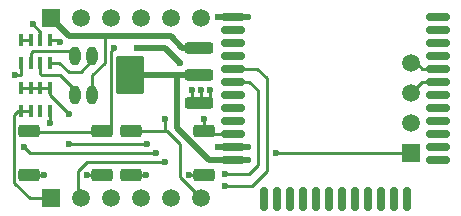
<source format=gtl>
%FSAX24Y24*%
%MOIN*%
G70*
G01*
G75*
G04 Layer_Physical_Order=1*
G04 Layer_Color=255*
G04:AMPARAMS|DCode=10|XSize=70.9mil|YSize=43.3mil|CornerRadius=10.8mil|HoleSize=0mil|Usage=FLASHONLY|Rotation=0.000|XOffset=0mil|YOffset=0mil|HoleType=Round|Shape=RoundedRectangle|*
%AMROUNDEDRECTD10*
21,1,0.0709,0.0217,0,0,0.0*
21,1,0.0492,0.0433,0,0,0.0*
1,1,0.0217,0.0246,-0.0108*
1,1,0.0217,-0.0246,-0.0108*
1,1,0.0217,-0.0246,0.0108*
1,1,0.0217,0.0246,0.0108*
%
%ADD10ROUNDEDRECTD10*%
%ADD11O,0.0374X0.0630*%
%ADD12R,0.0134X0.0394*%
G04:AMPARAMS|DCode=13|XSize=27.6mil|YSize=78.7mil|CornerRadius=6.9mil|HoleSize=0mil|Usage=FLASHONLY|Rotation=270.000|XOffset=0mil|YOffset=0mil|HoleType=Round|Shape=RoundedRectangle|*
%AMROUNDEDRECTD13*
21,1,0.0276,0.0650,0,0,270.0*
21,1,0.0138,0.0787,0,0,270.0*
1,1,0.0138,-0.0325,-0.0069*
1,1,0.0138,-0.0325,0.0069*
1,1,0.0138,0.0325,0.0069*
1,1,0.0138,0.0325,-0.0069*
%
%ADD13ROUNDEDRECTD13*%
G04:AMPARAMS|DCode=14|XSize=27.6mil|YSize=78.7mil|CornerRadius=6.9mil|HoleSize=0mil|Usage=FLASHONLY|Rotation=0.000|XOffset=0mil|YOffset=0mil|HoleType=Round|Shape=RoundedRectangle|*
%AMROUNDEDRECTD14*
21,1,0.0276,0.0650,0,0,0.0*
21,1,0.0138,0.0787,0,0,0.0*
1,1,0.0138,0.0069,-0.0325*
1,1,0.0138,-0.0069,-0.0325*
1,1,0.0138,-0.0069,0.0325*
1,1,0.0138,0.0069,0.0325*
%
%ADD14ROUNDEDRECTD14*%
G04:AMPARAMS|DCode=15|XSize=39.4mil|YSize=94.5mil|CornerRadius=9.8mil|HoleSize=0mil|Usage=FLASHONLY|Rotation=270.000|XOffset=0mil|YOffset=0mil|HoleType=Round|Shape=RoundedRectangle|*
%AMROUNDEDRECTD15*
21,1,0.0394,0.0748,0,0,270.0*
21,1,0.0197,0.0945,0,0,270.0*
1,1,0.0197,-0.0374,-0.0098*
1,1,0.0197,-0.0374,0.0098*
1,1,0.0197,0.0374,0.0098*
1,1,0.0197,0.0374,-0.0098*
%
%ADD15ROUNDEDRECTD15*%
G04:AMPARAMS|DCode=16|XSize=129.9mil|YSize=94.5mil|CornerRadius=11.8mil|HoleSize=0mil|Usage=FLASHONLY|Rotation=270.000|XOffset=0mil|YOffset=0mil|HoleType=Round|Shape=RoundedRectangle|*
%AMROUNDEDRECTD16*
21,1,0.1299,0.0709,0,0,270.0*
21,1,0.1063,0.0945,0,0,270.0*
1,1,0.0236,-0.0354,-0.0532*
1,1,0.0236,-0.0354,0.0532*
1,1,0.0236,0.0354,0.0532*
1,1,0.0236,0.0354,-0.0532*
%
%ADD16ROUNDEDRECTD16*%
%ADD17C,0.0100*%
%ADD18C,0.0200*%
%ADD19C,0.0591*%
%ADD20R,0.0591X0.0591*%
%ADD21R,0.0591X0.0591*%
%ADD22C,0.0236*%
D10*
X028930Y028772D02*
D03*
X031370D02*
D03*
Y030228D02*
D03*
X028930D02*
D03*
X025530Y028772D02*
D03*
X027970D02*
D03*
Y030228D02*
D03*
X025530D02*
D03*
D11*
X027645Y032759D02*
D03*
X027055D02*
D03*
X027645Y031441D02*
D03*
X027055D02*
D03*
D12*
X025907Y030906D02*
D03*
X025593D02*
D03*
X025278D02*
D03*
X026222D02*
D03*
X025278Y031694D02*
D03*
X025593D02*
D03*
X025907D02*
D03*
X026222D02*
D03*
X025907Y032506D02*
D03*
X025593D02*
D03*
X025278D02*
D03*
X026222D02*
D03*
X025278Y033294D02*
D03*
X025593D02*
D03*
X025907D02*
D03*
X026222D02*
D03*
D13*
X032325Y034045D02*
D03*
Y029281D02*
D03*
Y032746D02*
D03*
Y032313D02*
D03*
Y031880D02*
D03*
Y031447D02*
D03*
Y031014D02*
D03*
Y030581D02*
D03*
Y029715D02*
D03*
Y033612D02*
D03*
Y030148D02*
D03*
Y033179D02*
D03*
X039175Y033612D02*
D03*
Y029281D02*
D03*
Y029715D02*
D03*
Y030148D02*
D03*
Y030581D02*
D03*
Y031447D02*
D03*
Y031880D02*
D03*
Y032313D02*
D03*
Y032746D02*
D03*
Y033179D02*
D03*
Y031014D02*
D03*
Y034045D02*
D03*
D14*
X035533Y027982D02*
D03*
X035967D02*
D03*
X034667D02*
D03*
X033368D02*
D03*
X033801D02*
D03*
X034234D02*
D03*
X035100D02*
D03*
X037699D02*
D03*
X038132D02*
D03*
X036833D02*
D03*
X037266D02*
D03*
X036400D02*
D03*
D15*
X031192Y031194D02*
D03*
Y032100D02*
D03*
Y033006D02*
D03*
D16*
X028908Y032100D02*
D03*
D17*
X033750Y029500D02*
X038250D01*
X033450Y028900D02*
Y032000D01*
X033137Y032313D02*
X033450Y032000D01*
X032325Y032313D02*
X033137D01*
X032050Y028400D02*
X032950D01*
X033450Y028900D01*
X032325Y031880D02*
X032870D01*
X033150Y031600D01*
Y029100D02*
Y031600D01*
X032850Y028800D02*
X033150Y029100D01*
X032050Y028800D02*
X032850D01*
X030050Y030228D02*
X030122D01*
X028930D02*
X030050D01*
Y030631D01*
X030550Y028700D02*
Y029800D01*
X030122Y030228D02*
X030550Y029800D01*
X028250Y032900D02*
X028350Y033000D01*
X028050Y032500D02*
Y033400D01*
X027645Y032095D02*
X028050Y032500D01*
X031550Y031194D02*
Y031600D01*
X028250Y030300D02*
Y032900D01*
X028178Y030228D02*
X028250Y030300D01*
X027970Y030228D02*
X028178D01*
X031370D02*
X031451Y030148D01*
X032325D01*
X030550Y028700D02*
X031250Y028000D01*
X031370Y030228D02*
Y030631D01*
X025550Y029500D02*
X029750D01*
X025350Y029700D02*
X025550Y029500D01*
X026850Y029800D02*
X029450D01*
X027450Y029200D02*
X030050D01*
X027150Y028900D02*
X027450Y029200D01*
X027150Y028100D02*
Y028900D01*
Y028100D02*
X027250Y028000D01*
X026456Y033294D02*
X026550Y033200D01*
X026222Y033294D02*
X026456D01*
X026222Y031428D02*
X026850Y030800D01*
X026222Y031428D02*
Y031694D01*
X025552Y030206D02*
X027948D01*
X027970Y030228D01*
X025530D02*
X025552Y030206D01*
X026222Y030503D02*
Y030906D01*
X025907Y031694D02*
X026222D01*
X025050Y032100D02*
X025250D01*
X025278Y032128D01*
Y032506D01*
X025650Y033797D02*
X025907Y033540D01*
Y033294D02*
Y033540D01*
X030950Y031100D02*
Y031600D01*
X031250Y031100D02*
Y031600D01*
X025278Y033294D02*
X025593D01*
X030870Y028772D02*
X031370D01*
X028930D02*
X029430D01*
X027470D02*
X027970D01*
X025530D02*
X026030D01*
X027645Y031441D02*
Y032095D01*
X038250Y031500D02*
X038630Y031880D01*
X039175D01*
X038250Y032500D02*
X038450D01*
X038637Y032313D01*
X039175D01*
X025593Y031694D02*
X025907D01*
X025278D02*
X025593D01*
X025278Y030906D02*
X025593D01*
X025156D02*
X025278D01*
X025025Y030775D02*
X025156Y030906D01*
X025025Y028525D02*
Y030775D01*
Y028525D02*
X025550Y028000D01*
X026250D01*
X027645Y032595D02*
Y032759D01*
X027250Y032200D02*
X027645Y032595D01*
X026850Y032200D02*
X027250D01*
X027055Y031441D02*
Y031595D01*
X026550Y032100D02*
X027055Y031595D01*
X025950Y032100D02*
X026550D01*
X026544Y032506D02*
X026850Y032200D01*
X026222Y032506D02*
X026544D01*
X025907Y032143D02*
X025950Y032100D01*
X025907Y032143D02*
Y032506D01*
X026914Y032900D02*
X027055Y032759D01*
X025650Y032900D02*
X026914D01*
X025593Y032843D02*
X025650Y032900D01*
X025593Y032506D02*
Y032843D01*
D18*
X026850Y033400D02*
X028050D01*
X029147Y033000D02*
X030053D01*
X030553Y032500D01*
X030644Y033006D02*
X031192D01*
X030250Y033400D02*
X030644Y033006D01*
X028050Y033400D02*
X030250D01*
X032325Y034045D02*
X032825D01*
X031825D02*
X032325D01*
Y029715D02*
X032825D01*
X031825D02*
X032325D01*
X030450Y030359D02*
Y032100D01*
Y030359D02*
X031527Y029281D01*
X032325D01*
X028908Y032100D02*
X031192D01*
X032325Y029281D02*
X032825D01*
X026250Y034000D02*
X026850Y033400D01*
D19*
X031250Y028000D02*
D03*
X030250D02*
D03*
X029250D02*
D03*
X028250D02*
D03*
X027250D02*
D03*
X038250Y030500D02*
D03*
Y031500D02*
D03*
Y032500D02*
D03*
X031250Y034000D02*
D03*
X030250D02*
D03*
X029250D02*
D03*
X028250D02*
D03*
X027250D02*
D03*
D20*
X026250Y028000D02*
D03*
Y034000D02*
D03*
D21*
X038250Y029500D02*
D03*
D22*
X033750D02*
D03*
X030050Y030631D02*
D03*
X032050Y028800D02*
D03*
Y028400D02*
D03*
X028350Y033000D02*
D03*
X030553Y032500D02*
D03*
X029147Y033000D02*
D03*
X031825Y029715D02*
D03*
X031370Y030631D02*
D03*
X030050Y029200D02*
D03*
X029750Y029500D02*
D03*
X029450Y029800D02*
D03*
X026850D02*
D03*
Y030800D02*
D03*
X025650Y033797D02*
D03*
X026550Y033200D02*
D03*
X032825Y029281D02*
D03*
X026222Y030503D02*
D03*
X025050Y032100D02*
D03*
X025350Y029700D02*
D03*
X030950Y031600D02*
D03*
X031250D02*
D03*
X031550D02*
D03*
X031825Y034045D02*
D03*
X032825D02*
D03*
Y029715D02*
D03*
X030870Y028772D02*
D03*
X029430D02*
D03*
X027470D02*
D03*
X026030D02*
D03*
M02*

</source>
